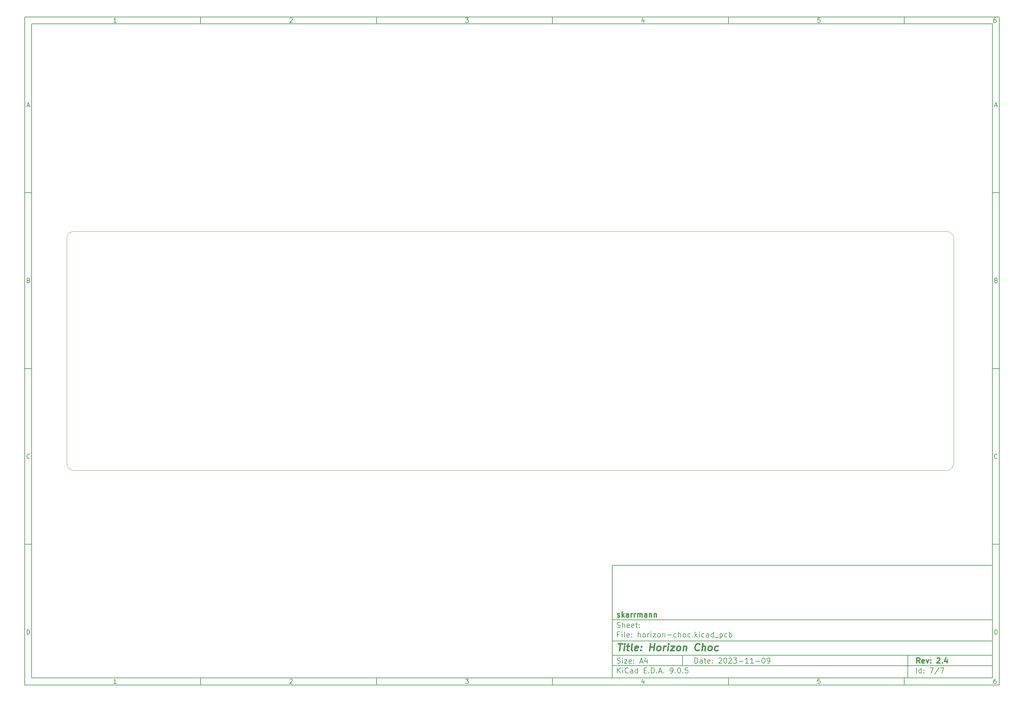
<source format=gm1>
%TF.GenerationSoftware,KiCad,Pcbnew,9.0.5*%
%TF.CreationDate,2026-02-19T02:28:35-07:00*%
%TF.ProjectId,horizon-choc,686f7269-7a6f-46e2-9d63-686f632e6b69,2.4*%
%TF.SameCoordinates,Original*%
%TF.FileFunction,Profile,NP*%
%FSLAX46Y46*%
G04 Gerber Fmt 4.6, Leading zero omitted, Abs format (unit mm)*
G04 Created by KiCad (PCBNEW 9.0.5) date 2026-02-19 02:28:35*
%MOMM*%
%LPD*%
G01*
G04 APERTURE LIST*
%ADD10C,0.100000*%
%ADD11C,0.150000*%
%ADD12C,0.300000*%
%ADD13C,0.400000*%
%TA.AperFunction,Profile*%
%ADD14C,0.050000*%
%TD*%
G04 APERTURE END LIST*
D10*
D11*
X177002200Y-166007200D02*
X285002200Y-166007200D01*
X285002200Y-198007200D01*
X177002200Y-198007200D01*
X177002200Y-166007200D01*
D10*
D11*
X10000000Y-10000000D02*
X287002200Y-10000000D01*
X287002200Y-200007200D01*
X10000000Y-200007200D01*
X10000000Y-10000000D01*
D10*
D11*
X12000000Y-12000000D02*
X285002200Y-12000000D01*
X285002200Y-198007200D01*
X12000000Y-198007200D01*
X12000000Y-12000000D01*
D10*
D11*
X60000000Y-12000000D02*
X60000000Y-10000000D01*
D10*
D11*
X110000000Y-12000000D02*
X110000000Y-10000000D01*
D10*
D11*
X160000000Y-12000000D02*
X160000000Y-10000000D01*
D10*
D11*
X210000000Y-12000000D02*
X210000000Y-10000000D01*
D10*
D11*
X260000000Y-12000000D02*
X260000000Y-10000000D01*
D10*
D11*
X36089160Y-11593604D02*
X35346303Y-11593604D01*
X35717731Y-11593604D02*
X35717731Y-10293604D01*
X35717731Y-10293604D02*
X35593922Y-10479319D01*
X35593922Y-10479319D02*
X35470112Y-10603128D01*
X35470112Y-10603128D02*
X35346303Y-10665033D01*
D10*
D11*
X85346303Y-10417414D02*
X85408207Y-10355509D01*
X85408207Y-10355509D02*
X85532017Y-10293604D01*
X85532017Y-10293604D02*
X85841541Y-10293604D01*
X85841541Y-10293604D02*
X85965350Y-10355509D01*
X85965350Y-10355509D02*
X86027255Y-10417414D01*
X86027255Y-10417414D02*
X86089160Y-10541223D01*
X86089160Y-10541223D02*
X86089160Y-10665033D01*
X86089160Y-10665033D02*
X86027255Y-10850747D01*
X86027255Y-10850747D02*
X85284398Y-11593604D01*
X85284398Y-11593604D02*
X86089160Y-11593604D01*
D10*
D11*
X135284398Y-10293604D02*
X136089160Y-10293604D01*
X136089160Y-10293604D02*
X135655826Y-10788842D01*
X135655826Y-10788842D02*
X135841541Y-10788842D01*
X135841541Y-10788842D02*
X135965350Y-10850747D01*
X135965350Y-10850747D02*
X136027255Y-10912652D01*
X136027255Y-10912652D02*
X136089160Y-11036461D01*
X136089160Y-11036461D02*
X136089160Y-11345985D01*
X136089160Y-11345985D02*
X136027255Y-11469795D01*
X136027255Y-11469795D02*
X135965350Y-11531700D01*
X135965350Y-11531700D02*
X135841541Y-11593604D01*
X135841541Y-11593604D02*
X135470112Y-11593604D01*
X135470112Y-11593604D02*
X135346303Y-11531700D01*
X135346303Y-11531700D02*
X135284398Y-11469795D01*
D10*
D11*
X185965350Y-10726938D02*
X185965350Y-11593604D01*
X185655826Y-10231700D02*
X185346303Y-11160271D01*
X185346303Y-11160271D02*
X186151064Y-11160271D01*
D10*
D11*
X236027255Y-10293604D02*
X235408207Y-10293604D01*
X235408207Y-10293604D02*
X235346303Y-10912652D01*
X235346303Y-10912652D02*
X235408207Y-10850747D01*
X235408207Y-10850747D02*
X235532017Y-10788842D01*
X235532017Y-10788842D02*
X235841541Y-10788842D01*
X235841541Y-10788842D02*
X235965350Y-10850747D01*
X235965350Y-10850747D02*
X236027255Y-10912652D01*
X236027255Y-10912652D02*
X236089160Y-11036461D01*
X236089160Y-11036461D02*
X236089160Y-11345985D01*
X236089160Y-11345985D02*
X236027255Y-11469795D01*
X236027255Y-11469795D02*
X235965350Y-11531700D01*
X235965350Y-11531700D02*
X235841541Y-11593604D01*
X235841541Y-11593604D02*
X235532017Y-11593604D01*
X235532017Y-11593604D02*
X235408207Y-11531700D01*
X235408207Y-11531700D02*
X235346303Y-11469795D01*
D10*
D11*
X285965350Y-10293604D02*
X285717731Y-10293604D01*
X285717731Y-10293604D02*
X285593922Y-10355509D01*
X285593922Y-10355509D02*
X285532017Y-10417414D01*
X285532017Y-10417414D02*
X285408207Y-10603128D01*
X285408207Y-10603128D02*
X285346303Y-10850747D01*
X285346303Y-10850747D02*
X285346303Y-11345985D01*
X285346303Y-11345985D02*
X285408207Y-11469795D01*
X285408207Y-11469795D02*
X285470112Y-11531700D01*
X285470112Y-11531700D02*
X285593922Y-11593604D01*
X285593922Y-11593604D02*
X285841541Y-11593604D01*
X285841541Y-11593604D02*
X285965350Y-11531700D01*
X285965350Y-11531700D02*
X286027255Y-11469795D01*
X286027255Y-11469795D02*
X286089160Y-11345985D01*
X286089160Y-11345985D02*
X286089160Y-11036461D01*
X286089160Y-11036461D02*
X286027255Y-10912652D01*
X286027255Y-10912652D02*
X285965350Y-10850747D01*
X285965350Y-10850747D02*
X285841541Y-10788842D01*
X285841541Y-10788842D02*
X285593922Y-10788842D01*
X285593922Y-10788842D02*
X285470112Y-10850747D01*
X285470112Y-10850747D02*
X285408207Y-10912652D01*
X285408207Y-10912652D02*
X285346303Y-11036461D01*
D10*
D11*
X60000000Y-198007200D02*
X60000000Y-200007200D01*
D10*
D11*
X110000000Y-198007200D02*
X110000000Y-200007200D01*
D10*
D11*
X160000000Y-198007200D02*
X160000000Y-200007200D01*
D10*
D11*
X210000000Y-198007200D02*
X210000000Y-200007200D01*
D10*
D11*
X260000000Y-198007200D02*
X260000000Y-200007200D01*
D10*
D11*
X36089160Y-199600804D02*
X35346303Y-199600804D01*
X35717731Y-199600804D02*
X35717731Y-198300804D01*
X35717731Y-198300804D02*
X35593922Y-198486519D01*
X35593922Y-198486519D02*
X35470112Y-198610328D01*
X35470112Y-198610328D02*
X35346303Y-198672233D01*
D10*
D11*
X85346303Y-198424614D02*
X85408207Y-198362709D01*
X85408207Y-198362709D02*
X85532017Y-198300804D01*
X85532017Y-198300804D02*
X85841541Y-198300804D01*
X85841541Y-198300804D02*
X85965350Y-198362709D01*
X85965350Y-198362709D02*
X86027255Y-198424614D01*
X86027255Y-198424614D02*
X86089160Y-198548423D01*
X86089160Y-198548423D02*
X86089160Y-198672233D01*
X86089160Y-198672233D02*
X86027255Y-198857947D01*
X86027255Y-198857947D02*
X85284398Y-199600804D01*
X85284398Y-199600804D02*
X86089160Y-199600804D01*
D10*
D11*
X135284398Y-198300804D02*
X136089160Y-198300804D01*
X136089160Y-198300804D02*
X135655826Y-198796042D01*
X135655826Y-198796042D02*
X135841541Y-198796042D01*
X135841541Y-198796042D02*
X135965350Y-198857947D01*
X135965350Y-198857947D02*
X136027255Y-198919852D01*
X136027255Y-198919852D02*
X136089160Y-199043661D01*
X136089160Y-199043661D02*
X136089160Y-199353185D01*
X136089160Y-199353185D02*
X136027255Y-199476995D01*
X136027255Y-199476995D02*
X135965350Y-199538900D01*
X135965350Y-199538900D02*
X135841541Y-199600804D01*
X135841541Y-199600804D02*
X135470112Y-199600804D01*
X135470112Y-199600804D02*
X135346303Y-199538900D01*
X135346303Y-199538900D02*
X135284398Y-199476995D01*
D10*
D11*
X185965350Y-198734138D02*
X185965350Y-199600804D01*
X185655826Y-198238900D02*
X185346303Y-199167471D01*
X185346303Y-199167471D02*
X186151064Y-199167471D01*
D10*
D11*
X236027255Y-198300804D02*
X235408207Y-198300804D01*
X235408207Y-198300804D02*
X235346303Y-198919852D01*
X235346303Y-198919852D02*
X235408207Y-198857947D01*
X235408207Y-198857947D02*
X235532017Y-198796042D01*
X235532017Y-198796042D02*
X235841541Y-198796042D01*
X235841541Y-198796042D02*
X235965350Y-198857947D01*
X235965350Y-198857947D02*
X236027255Y-198919852D01*
X236027255Y-198919852D02*
X236089160Y-199043661D01*
X236089160Y-199043661D02*
X236089160Y-199353185D01*
X236089160Y-199353185D02*
X236027255Y-199476995D01*
X236027255Y-199476995D02*
X235965350Y-199538900D01*
X235965350Y-199538900D02*
X235841541Y-199600804D01*
X235841541Y-199600804D02*
X235532017Y-199600804D01*
X235532017Y-199600804D02*
X235408207Y-199538900D01*
X235408207Y-199538900D02*
X235346303Y-199476995D01*
D10*
D11*
X285965350Y-198300804D02*
X285717731Y-198300804D01*
X285717731Y-198300804D02*
X285593922Y-198362709D01*
X285593922Y-198362709D02*
X285532017Y-198424614D01*
X285532017Y-198424614D02*
X285408207Y-198610328D01*
X285408207Y-198610328D02*
X285346303Y-198857947D01*
X285346303Y-198857947D02*
X285346303Y-199353185D01*
X285346303Y-199353185D02*
X285408207Y-199476995D01*
X285408207Y-199476995D02*
X285470112Y-199538900D01*
X285470112Y-199538900D02*
X285593922Y-199600804D01*
X285593922Y-199600804D02*
X285841541Y-199600804D01*
X285841541Y-199600804D02*
X285965350Y-199538900D01*
X285965350Y-199538900D02*
X286027255Y-199476995D01*
X286027255Y-199476995D02*
X286089160Y-199353185D01*
X286089160Y-199353185D02*
X286089160Y-199043661D01*
X286089160Y-199043661D02*
X286027255Y-198919852D01*
X286027255Y-198919852D02*
X285965350Y-198857947D01*
X285965350Y-198857947D02*
X285841541Y-198796042D01*
X285841541Y-198796042D02*
X285593922Y-198796042D01*
X285593922Y-198796042D02*
X285470112Y-198857947D01*
X285470112Y-198857947D02*
X285408207Y-198919852D01*
X285408207Y-198919852D02*
X285346303Y-199043661D01*
D10*
D11*
X10000000Y-60000000D02*
X12000000Y-60000000D01*
D10*
D11*
X10000000Y-110000000D02*
X12000000Y-110000000D01*
D10*
D11*
X10000000Y-160000000D02*
X12000000Y-160000000D01*
D10*
D11*
X10690476Y-35222176D02*
X11309523Y-35222176D01*
X10566666Y-35593604D02*
X10999999Y-34293604D01*
X10999999Y-34293604D02*
X11433333Y-35593604D01*
D10*
D11*
X11092857Y-84912652D02*
X11278571Y-84974557D01*
X11278571Y-84974557D02*
X11340476Y-85036461D01*
X11340476Y-85036461D02*
X11402380Y-85160271D01*
X11402380Y-85160271D02*
X11402380Y-85345985D01*
X11402380Y-85345985D02*
X11340476Y-85469795D01*
X11340476Y-85469795D02*
X11278571Y-85531700D01*
X11278571Y-85531700D02*
X11154761Y-85593604D01*
X11154761Y-85593604D02*
X10659523Y-85593604D01*
X10659523Y-85593604D02*
X10659523Y-84293604D01*
X10659523Y-84293604D02*
X11092857Y-84293604D01*
X11092857Y-84293604D02*
X11216666Y-84355509D01*
X11216666Y-84355509D02*
X11278571Y-84417414D01*
X11278571Y-84417414D02*
X11340476Y-84541223D01*
X11340476Y-84541223D02*
X11340476Y-84665033D01*
X11340476Y-84665033D02*
X11278571Y-84788842D01*
X11278571Y-84788842D02*
X11216666Y-84850747D01*
X11216666Y-84850747D02*
X11092857Y-84912652D01*
X11092857Y-84912652D02*
X10659523Y-84912652D01*
D10*
D11*
X11402380Y-135469795D02*
X11340476Y-135531700D01*
X11340476Y-135531700D02*
X11154761Y-135593604D01*
X11154761Y-135593604D02*
X11030952Y-135593604D01*
X11030952Y-135593604D02*
X10845238Y-135531700D01*
X10845238Y-135531700D02*
X10721428Y-135407890D01*
X10721428Y-135407890D02*
X10659523Y-135284080D01*
X10659523Y-135284080D02*
X10597619Y-135036461D01*
X10597619Y-135036461D02*
X10597619Y-134850747D01*
X10597619Y-134850747D02*
X10659523Y-134603128D01*
X10659523Y-134603128D02*
X10721428Y-134479319D01*
X10721428Y-134479319D02*
X10845238Y-134355509D01*
X10845238Y-134355509D02*
X11030952Y-134293604D01*
X11030952Y-134293604D02*
X11154761Y-134293604D01*
X11154761Y-134293604D02*
X11340476Y-134355509D01*
X11340476Y-134355509D02*
X11402380Y-134417414D01*
D10*
D11*
X10659523Y-185593604D02*
X10659523Y-184293604D01*
X10659523Y-184293604D02*
X10969047Y-184293604D01*
X10969047Y-184293604D02*
X11154761Y-184355509D01*
X11154761Y-184355509D02*
X11278571Y-184479319D01*
X11278571Y-184479319D02*
X11340476Y-184603128D01*
X11340476Y-184603128D02*
X11402380Y-184850747D01*
X11402380Y-184850747D02*
X11402380Y-185036461D01*
X11402380Y-185036461D02*
X11340476Y-185284080D01*
X11340476Y-185284080D02*
X11278571Y-185407890D01*
X11278571Y-185407890D02*
X11154761Y-185531700D01*
X11154761Y-185531700D02*
X10969047Y-185593604D01*
X10969047Y-185593604D02*
X10659523Y-185593604D01*
D10*
D11*
X287002200Y-60000000D02*
X285002200Y-60000000D01*
D10*
D11*
X287002200Y-110000000D02*
X285002200Y-110000000D01*
D10*
D11*
X287002200Y-160000000D02*
X285002200Y-160000000D01*
D10*
D11*
X285692676Y-35222176D02*
X286311723Y-35222176D01*
X285568866Y-35593604D02*
X286002199Y-34293604D01*
X286002199Y-34293604D02*
X286435533Y-35593604D01*
D10*
D11*
X286095057Y-84912652D02*
X286280771Y-84974557D01*
X286280771Y-84974557D02*
X286342676Y-85036461D01*
X286342676Y-85036461D02*
X286404580Y-85160271D01*
X286404580Y-85160271D02*
X286404580Y-85345985D01*
X286404580Y-85345985D02*
X286342676Y-85469795D01*
X286342676Y-85469795D02*
X286280771Y-85531700D01*
X286280771Y-85531700D02*
X286156961Y-85593604D01*
X286156961Y-85593604D02*
X285661723Y-85593604D01*
X285661723Y-85593604D02*
X285661723Y-84293604D01*
X285661723Y-84293604D02*
X286095057Y-84293604D01*
X286095057Y-84293604D02*
X286218866Y-84355509D01*
X286218866Y-84355509D02*
X286280771Y-84417414D01*
X286280771Y-84417414D02*
X286342676Y-84541223D01*
X286342676Y-84541223D02*
X286342676Y-84665033D01*
X286342676Y-84665033D02*
X286280771Y-84788842D01*
X286280771Y-84788842D02*
X286218866Y-84850747D01*
X286218866Y-84850747D02*
X286095057Y-84912652D01*
X286095057Y-84912652D02*
X285661723Y-84912652D01*
D10*
D11*
X286404580Y-135469795D02*
X286342676Y-135531700D01*
X286342676Y-135531700D02*
X286156961Y-135593604D01*
X286156961Y-135593604D02*
X286033152Y-135593604D01*
X286033152Y-135593604D02*
X285847438Y-135531700D01*
X285847438Y-135531700D02*
X285723628Y-135407890D01*
X285723628Y-135407890D02*
X285661723Y-135284080D01*
X285661723Y-135284080D02*
X285599819Y-135036461D01*
X285599819Y-135036461D02*
X285599819Y-134850747D01*
X285599819Y-134850747D02*
X285661723Y-134603128D01*
X285661723Y-134603128D02*
X285723628Y-134479319D01*
X285723628Y-134479319D02*
X285847438Y-134355509D01*
X285847438Y-134355509D02*
X286033152Y-134293604D01*
X286033152Y-134293604D02*
X286156961Y-134293604D01*
X286156961Y-134293604D02*
X286342676Y-134355509D01*
X286342676Y-134355509D02*
X286404580Y-134417414D01*
D10*
D11*
X285661723Y-185593604D02*
X285661723Y-184293604D01*
X285661723Y-184293604D02*
X285971247Y-184293604D01*
X285971247Y-184293604D02*
X286156961Y-184355509D01*
X286156961Y-184355509D02*
X286280771Y-184479319D01*
X286280771Y-184479319D02*
X286342676Y-184603128D01*
X286342676Y-184603128D02*
X286404580Y-184850747D01*
X286404580Y-184850747D02*
X286404580Y-185036461D01*
X286404580Y-185036461D02*
X286342676Y-185284080D01*
X286342676Y-185284080D02*
X286280771Y-185407890D01*
X286280771Y-185407890D02*
X286156961Y-185531700D01*
X286156961Y-185531700D02*
X285971247Y-185593604D01*
X285971247Y-185593604D02*
X285661723Y-185593604D01*
D10*
D11*
X200458026Y-193793328D02*
X200458026Y-192293328D01*
X200458026Y-192293328D02*
X200815169Y-192293328D01*
X200815169Y-192293328D02*
X201029455Y-192364757D01*
X201029455Y-192364757D02*
X201172312Y-192507614D01*
X201172312Y-192507614D02*
X201243741Y-192650471D01*
X201243741Y-192650471D02*
X201315169Y-192936185D01*
X201315169Y-192936185D02*
X201315169Y-193150471D01*
X201315169Y-193150471D02*
X201243741Y-193436185D01*
X201243741Y-193436185D02*
X201172312Y-193579042D01*
X201172312Y-193579042D02*
X201029455Y-193721900D01*
X201029455Y-193721900D02*
X200815169Y-193793328D01*
X200815169Y-193793328D02*
X200458026Y-193793328D01*
X202600884Y-193793328D02*
X202600884Y-193007614D01*
X202600884Y-193007614D02*
X202529455Y-192864757D01*
X202529455Y-192864757D02*
X202386598Y-192793328D01*
X202386598Y-192793328D02*
X202100884Y-192793328D01*
X202100884Y-192793328D02*
X201958026Y-192864757D01*
X202600884Y-193721900D02*
X202458026Y-193793328D01*
X202458026Y-193793328D02*
X202100884Y-193793328D01*
X202100884Y-193793328D02*
X201958026Y-193721900D01*
X201958026Y-193721900D02*
X201886598Y-193579042D01*
X201886598Y-193579042D02*
X201886598Y-193436185D01*
X201886598Y-193436185D02*
X201958026Y-193293328D01*
X201958026Y-193293328D02*
X202100884Y-193221900D01*
X202100884Y-193221900D02*
X202458026Y-193221900D01*
X202458026Y-193221900D02*
X202600884Y-193150471D01*
X203100884Y-192793328D02*
X203672312Y-192793328D01*
X203315169Y-192293328D02*
X203315169Y-193579042D01*
X203315169Y-193579042D02*
X203386598Y-193721900D01*
X203386598Y-193721900D02*
X203529455Y-193793328D01*
X203529455Y-193793328D02*
X203672312Y-193793328D01*
X204743741Y-193721900D02*
X204600884Y-193793328D01*
X204600884Y-193793328D02*
X204315170Y-193793328D01*
X204315170Y-193793328D02*
X204172312Y-193721900D01*
X204172312Y-193721900D02*
X204100884Y-193579042D01*
X204100884Y-193579042D02*
X204100884Y-193007614D01*
X204100884Y-193007614D02*
X204172312Y-192864757D01*
X204172312Y-192864757D02*
X204315170Y-192793328D01*
X204315170Y-192793328D02*
X204600884Y-192793328D01*
X204600884Y-192793328D02*
X204743741Y-192864757D01*
X204743741Y-192864757D02*
X204815170Y-193007614D01*
X204815170Y-193007614D02*
X204815170Y-193150471D01*
X204815170Y-193150471D02*
X204100884Y-193293328D01*
X205458026Y-193650471D02*
X205529455Y-193721900D01*
X205529455Y-193721900D02*
X205458026Y-193793328D01*
X205458026Y-193793328D02*
X205386598Y-193721900D01*
X205386598Y-193721900D02*
X205458026Y-193650471D01*
X205458026Y-193650471D02*
X205458026Y-193793328D01*
X205458026Y-192864757D02*
X205529455Y-192936185D01*
X205529455Y-192936185D02*
X205458026Y-193007614D01*
X205458026Y-193007614D02*
X205386598Y-192936185D01*
X205386598Y-192936185D02*
X205458026Y-192864757D01*
X205458026Y-192864757D02*
X205458026Y-193007614D01*
X207243741Y-192436185D02*
X207315169Y-192364757D01*
X207315169Y-192364757D02*
X207458027Y-192293328D01*
X207458027Y-192293328D02*
X207815169Y-192293328D01*
X207815169Y-192293328D02*
X207958027Y-192364757D01*
X207958027Y-192364757D02*
X208029455Y-192436185D01*
X208029455Y-192436185D02*
X208100884Y-192579042D01*
X208100884Y-192579042D02*
X208100884Y-192721900D01*
X208100884Y-192721900D02*
X208029455Y-192936185D01*
X208029455Y-192936185D02*
X207172312Y-193793328D01*
X207172312Y-193793328D02*
X208100884Y-193793328D01*
X209029455Y-192293328D02*
X209172312Y-192293328D01*
X209172312Y-192293328D02*
X209315169Y-192364757D01*
X209315169Y-192364757D02*
X209386598Y-192436185D01*
X209386598Y-192436185D02*
X209458026Y-192579042D01*
X209458026Y-192579042D02*
X209529455Y-192864757D01*
X209529455Y-192864757D02*
X209529455Y-193221900D01*
X209529455Y-193221900D02*
X209458026Y-193507614D01*
X209458026Y-193507614D02*
X209386598Y-193650471D01*
X209386598Y-193650471D02*
X209315169Y-193721900D01*
X209315169Y-193721900D02*
X209172312Y-193793328D01*
X209172312Y-193793328D02*
X209029455Y-193793328D01*
X209029455Y-193793328D02*
X208886598Y-193721900D01*
X208886598Y-193721900D02*
X208815169Y-193650471D01*
X208815169Y-193650471D02*
X208743740Y-193507614D01*
X208743740Y-193507614D02*
X208672312Y-193221900D01*
X208672312Y-193221900D02*
X208672312Y-192864757D01*
X208672312Y-192864757D02*
X208743740Y-192579042D01*
X208743740Y-192579042D02*
X208815169Y-192436185D01*
X208815169Y-192436185D02*
X208886598Y-192364757D01*
X208886598Y-192364757D02*
X209029455Y-192293328D01*
X210100883Y-192436185D02*
X210172311Y-192364757D01*
X210172311Y-192364757D02*
X210315169Y-192293328D01*
X210315169Y-192293328D02*
X210672311Y-192293328D01*
X210672311Y-192293328D02*
X210815169Y-192364757D01*
X210815169Y-192364757D02*
X210886597Y-192436185D01*
X210886597Y-192436185D02*
X210958026Y-192579042D01*
X210958026Y-192579042D02*
X210958026Y-192721900D01*
X210958026Y-192721900D02*
X210886597Y-192936185D01*
X210886597Y-192936185D02*
X210029454Y-193793328D01*
X210029454Y-193793328D02*
X210958026Y-193793328D01*
X211458025Y-192293328D02*
X212386597Y-192293328D01*
X212386597Y-192293328D02*
X211886597Y-192864757D01*
X211886597Y-192864757D02*
X212100882Y-192864757D01*
X212100882Y-192864757D02*
X212243740Y-192936185D01*
X212243740Y-192936185D02*
X212315168Y-193007614D01*
X212315168Y-193007614D02*
X212386597Y-193150471D01*
X212386597Y-193150471D02*
X212386597Y-193507614D01*
X212386597Y-193507614D02*
X212315168Y-193650471D01*
X212315168Y-193650471D02*
X212243740Y-193721900D01*
X212243740Y-193721900D02*
X212100882Y-193793328D01*
X212100882Y-193793328D02*
X211672311Y-193793328D01*
X211672311Y-193793328D02*
X211529454Y-193721900D01*
X211529454Y-193721900D02*
X211458025Y-193650471D01*
X213029453Y-193221900D02*
X214172311Y-193221900D01*
X215672311Y-193793328D02*
X214815168Y-193793328D01*
X215243739Y-193793328D02*
X215243739Y-192293328D01*
X215243739Y-192293328D02*
X215100882Y-192507614D01*
X215100882Y-192507614D02*
X214958025Y-192650471D01*
X214958025Y-192650471D02*
X214815168Y-192721900D01*
X217100882Y-193793328D02*
X216243739Y-193793328D01*
X216672310Y-193793328D02*
X216672310Y-192293328D01*
X216672310Y-192293328D02*
X216529453Y-192507614D01*
X216529453Y-192507614D02*
X216386596Y-192650471D01*
X216386596Y-192650471D02*
X216243739Y-192721900D01*
X217743738Y-193221900D02*
X218886596Y-193221900D01*
X219886596Y-192293328D02*
X220029453Y-192293328D01*
X220029453Y-192293328D02*
X220172310Y-192364757D01*
X220172310Y-192364757D02*
X220243739Y-192436185D01*
X220243739Y-192436185D02*
X220315167Y-192579042D01*
X220315167Y-192579042D02*
X220386596Y-192864757D01*
X220386596Y-192864757D02*
X220386596Y-193221900D01*
X220386596Y-193221900D02*
X220315167Y-193507614D01*
X220315167Y-193507614D02*
X220243739Y-193650471D01*
X220243739Y-193650471D02*
X220172310Y-193721900D01*
X220172310Y-193721900D02*
X220029453Y-193793328D01*
X220029453Y-193793328D02*
X219886596Y-193793328D01*
X219886596Y-193793328D02*
X219743739Y-193721900D01*
X219743739Y-193721900D02*
X219672310Y-193650471D01*
X219672310Y-193650471D02*
X219600881Y-193507614D01*
X219600881Y-193507614D02*
X219529453Y-193221900D01*
X219529453Y-193221900D02*
X219529453Y-192864757D01*
X219529453Y-192864757D02*
X219600881Y-192579042D01*
X219600881Y-192579042D02*
X219672310Y-192436185D01*
X219672310Y-192436185D02*
X219743739Y-192364757D01*
X219743739Y-192364757D02*
X219886596Y-192293328D01*
X221100881Y-193793328D02*
X221386595Y-193793328D01*
X221386595Y-193793328D02*
X221529452Y-193721900D01*
X221529452Y-193721900D02*
X221600881Y-193650471D01*
X221600881Y-193650471D02*
X221743738Y-193436185D01*
X221743738Y-193436185D02*
X221815167Y-193150471D01*
X221815167Y-193150471D02*
X221815167Y-192579042D01*
X221815167Y-192579042D02*
X221743738Y-192436185D01*
X221743738Y-192436185D02*
X221672310Y-192364757D01*
X221672310Y-192364757D02*
X221529452Y-192293328D01*
X221529452Y-192293328D02*
X221243738Y-192293328D01*
X221243738Y-192293328D02*
X221100881Y-192364757D01*
X221100881Y-192364757D02*
X221029452Y-192436185D01*
X221029452Y-192436185D02*
X220958024Y-192579042D01*
X220958024Y-192579042D02*
X220958024Y-192936185D01*
X220958024Y-192936185D02*
X221029452Y-193079042D01*
X221029452Y-193079042D02*
X221100881Y-193150471D01*
X221100881Y-193150471D02*
X221243738Y-193221900D01*
X221243738Y-193221900D02*
X221529452Y-193221900D01*
X221529452Y-193221900D02*
X221672310Y-193150471D01*
X221672310Y-193150471D02*
X221743738Y-193079042D01*
X221743738Y-193079042D02*
X221815167Y-192936185D01*
D10*
D11*
X177002200Y-194507200D02*
X285002200Y-194507200D01*
D10*
D11*
X178458026Y-196593328D02*
X178458026Y-195093328D01*
X179315169Y-196593328D02*
X178672312Y-195736185D01*
X179315169Y-195093328D02*
X178458026Y-195950471D01*
X179958026Y-196593328D02*
X179958026Y-195593328D01*
X179958026Y-195093328D02*
X179886598Y-195164757D01*
X179886598Y-195164757D02*
X179958026Y-195236185D01*
X179958026Y-195236185D02*
X180029455Y-195164757D01*
X180029455Y-195164757D02*
X179958026Y-195093328D01*
X179958026Y-195093328D02*
X179958026Y-195236185D01*
X181529455Y-196450471D02*
X181458027Y-196521900D01*
X181458027Y-196521900D02*
X181243741Y-196593328D01*
X181243741Y-196593328D02*
X181100884Y-196593328D01*
X181100884Y-196593328D02*
X180886598Y-196521900D01*
X180886598Y-196521900D02*
X180743741Y-196379042D01*
X180743741Y-196379042D02*
X180672312Y-196236185D01*
X180672312Y-196236185D02*
X180600884Y-195950471D01*
X180600884Y-195950471D02*
X180600884Y-195736185D01*
X180600884Y-195736185D02*
X180672312Y-195450471D01*
X180672312Y-195450471D02*
X180743741Y-195307614D01*
X180743741Y-195307614D02*
X180886598Y-195164757D01*
X180886598Y-195164757D02*
X181100884Y-195093328D01*
X181100884Y-195093328D02*
X181243741Y-195093328D01*
X181243741Y-195093328D02*
X181458027Y-195164757D01*
X181458027Y-195164757D02*
X181529455Y-195236185D01*
X182815170Y-196593328D02*
X182815170Y-195807614D01*
X182815170Y-195807614D02*
X182743741Y-195664757D01*
X182743741Y-195664757D02*
X182600884Y-195593328D01*
X182600884Y-195593328D02*
X182315170Y-195593328D01*
X182315170Y-195593328D02*
X182172312Y-195664757D01*
X182815170Y-196521900D02*
X182672312Y-196593328D01*
X182672312Y-196593328D02*
X182315170Y-196593328D01*
X182315170Y-196593328D02*
X182172312Y-196521900D01*
X182172312Y-196521900D02*
X182100884Y-196379042D01*
X182100884Y-196379042D02*
X182100884Y-196236185D01*
X182100884Y-196236185D02*
X182172312Y-196093328D01*
X182172312Y-196093328D02*
X182315170Y-196021900D01*
X182315170Y-196021900D02*
X182672312Y-196021900D01*
X182672312Y-196021900D02*
X182815170Y-195950471D01*
X184172313Y-196593328D02*
X184172313Y-195093328D01*
X184172313Y-196521900D02*
X184029455Y-196593328D01*
X184029455Y-196593328D02*
X183743741Y-196593328D01*
X183743741Y-196593328D02*
X183600884Y-196521900D01*
X183600884Y-196521900D02*
X183529455Y-196450471D01*
X183529455Y-196450471D02*
X183458027Y-196307614D01*
X183458027Y-196307614D02*
X183458027Y-195879042D01*
X183458027Y-195879042D02*
X183529455Y-195736185D01*
X183529455Y-195736185D02*
X183600884Y-195664757D01*
X183600884Y-195664757D02*
X183743741Y-195593328D01*
X183743741Y-195593328D02*
X184029455Y-195593328D01*
X184029455Y-195593328D02*
X184172313Y-195664757D01*
X186029455Y-195807614D02*
X186529455Y-195807614D01*
X186743741Y-196593328D02*
X186029455Y-196593328D01*
X186029455Y-196593328D02*
X186029455Y-195093328D01*
X186029455Y-195093328D02*
X186743741Y-195093328D01*
X187386598Y-196450471D02*
X187458027Y-196521900D01*
X187458027Y-196521900D02*
X187386598Y-196593328D01*
X187386598Y-196593328D02*
X187315170Y-196521900D01*
X187315170Y-196521900D02*
X187386598Y-196450471D01*
X187386598Y-196450471D02*
X187386598Y-196593328D01*
X188100884Y-196593328D02*
X188100884Y-195093328D01*
X188100884Y-195093328D02*
X188458027Y-195093328D01*
X188458027Y-195093328D02*
X188672313Y-195164757D01*
X188672313Y-195164757D02*
X188815170Y-195307614D01*
X188815170Y-195307614D02*
X188886599Y-195450471D01*
X188886599Y-195450471D02*
X188958027Y-195736185D01*
X188958027Y-195736185D02*
X188958027Y-195950471D01*
X188958027Y-195950471D02*
X188886599Y-196236185D01*
X188886599Y-196236185D02*
X188815170Y-196379042D01*
X188815170Y-196379042D02*
X188672313Y-196521900D01*
X188672313Y-196521900D02*
X188458027Y-196593328D01*
X188458027Y-196593328D02*
X188100884Y-196593328D01*
X189600884Y-196450471D02*
X189672313Y-196521900D01*
X189672313Y-196521900D02*
X189600884Y-196593328D01*
X189600884Y-196593328D02*
X189529456Y-196521900D01*
X189529456Y-196521900D02*
X189600884Y-196450471D01*
X189600884Y-196450471D02*
X189600884Y-196593328D01*
X190243742Y-196164757D02*
X190958028Y-196164757D01*
X190100885Y-196593328D02*
X190600885Y-195093328D01*
X190600885Y-195093328D02*
X191100885Y-196593328D01*
X191600884Y-196450471D02*
X191672313Y-196521900D01*
X191672313Y-196521900D02*
X191600884Y-196593328D01*
X191600884Y-196593328D02*
X191529456Y-196521900D01*
X191529456Y-196521900D02*
X191600884Y-196450471D01*
X191600884Y-196450471D02*
X191600884Y-196593328D01*
X193529456Y-196593328D02*
X193815170Y-196593328D01*
X193815170Y-196593328D02*
X193958027Y-196521900D01*
X193958027Y-196521900D02*
X194029456Y-196450471D01*
X194029456Y-196450471D02*
X194172313Y-196236185D01*
X194172313Y-196236185D02*
X194243742Y-195950471D01*
X194243742Y-195950471D02*
X194243742Y-195379042D01*
X194243742Y-195379042D02*
X194172313Y-195236185D01*
X194172313Y-195236185D02*
X194100885Y-195164757D01*
X194100885Y-195164757D02*
X193958027Y-195093328D01*
X193958027Y-195093328D02*
X193672313Y-195093328D01*
X193672313Y-195093328D02*
X193529456Y-195164757D01*
X193529456Y-195164757D02*
X193458027Y-195236185D01*
X193458027Y-195236185D02*
X193386599Y-195379042D01*
X193386599Y-195379042D02*
X193386599Y-195736185D01*
X193386599Y-195736185D02*
X193458027Y-195879042D01*
X193458027Y-195879042D02*
X193529456Y-195950471D01*
X193529456Y-195950471D02*
X193672313Y-196021900D01*
X193672313Y-196021900D02*
X193958027Y-196021900D01*
X193958027Y-196021900D02*
X194100885Y-195950471D01*
X194100885Y-195950471D02*
X194172313Y-195879042D01*
X194172313Y-195879042D02*
X194243742Y-195736185D01*
X194886598Y-196450471D02*
X194958027Y-196521900D01*
X194958027Y-196521900D02*
X194886598Y-196593328D01*
X194886598Y-196593328D02*
X194815170Y-196521900D01*
X194815170Y-196521900D02*
X194886598Y-196450471D01*
X194886598Y-196450471D02*
X194886598Y-196593328D01*
X195886599Y-195093328D02*
X196029456Y-195093328D01*
X196029456Y-195093328D02*
X196172313Y-195164757D01*
X196172313Y-195164757D02*
X196243742Y-195236185D01*
X196243742Y-195236185D02*
X196315170Y-195379042D01*
X196315170Y-195379042D02*
X196386599Y-195664757D01*
X196386599Y-195664757D02*
X196386599Y-196021900D01*
X196386599Y-196021900D02*
X196315170Y-196307614D01*
X196315170Y-196307614D02*
X196243742Y-196450471D01*
X196243742Y-196450471D02*
X196172313Y-196521900D01*
X196172313Y-196521900D02*
X196029456Y-196593328D01*
X196029456Y-196593328D02*
X195886599Y-196593328D01*
X195886599Y-196593328D02*
X195743742Y-196521900D01*
X195743742Y-196521900D02*
X195672313Y-196450471D01*
X195672313Y-196450471D02*
X195600884Y-196307614D01*
X195600884Y-196307614D02*
X195529456Y-196021900D01*
X195529456Y-196021900D02*
X195529456Y-195664757D01*
X195529456Y-195664757D02*
X195600884Y-195379042D01*
X195600884Y-195379042D02*
X195672313Y-195236185D01*
X195672313Y-195236185D02*
X195743742Y-195164757D01*
X195743742Y-195164757D02*
X195886599Y-195093328D01*
X197029455Y-196450471D02*
X197100884Y-196521900D01*
X197100884Y-196521900D02*
X197029455Y-196593328D01*
X197029455Y-196593328D02*
X196958027Y-196521900D01*
X196958027Y-196521900D02*
X197029455Y-196450471D01*
X197029455Y-196450471D02*
X197029455Y-196593328D01*
X198458027Y-195093328D02*
X197743741Y-195093328D01*
X197743741Y-195093328D02*
X197672313Y-195807614D01*
X197672313Y-195807614D02*
X197743741Y-195736185D01*
X197743741Y-195736185D02*
X197886599Y-195664757D01*
X197886599Y-195664757D02*
X198243741Y-195664757D01*
X198243741Y-195664757D02*
X198386599Y-195736185D01*
X198386599Y-195736185D02*
X198458027Y-195807614D01*
X198458027Y-195807614D02*
X198529456Y-195950471D01*
X198529456Y-195950471D02*
X198529456Y-196307614D01*
X198529456Y-196307614D02*
X198458027Y-196450471D01*
X198458027Y-196450471D02*
X198386599Y-196521900D01*
X198386599Y-196521900D02*
X198243741Y-196593328D01*
X198243741Y-196593328D02*
X197886599Y-196593328D01*
X197886599Y-196593328D02*
X197743741Y-196521900D01*
X197743741Y-196521900D02*
X197672313Y-196450471D01*
D10*
D11*
X177002200Y-191507200D02*
X285002200Y-191507200D01*
D10*
D12*
X264413853Y-193785528D02*
X263913853Y-193071242D01*
X263556710Y-193785528D02*
X263556710Y-192285528D01*
X263556710Y-192285528D02*
X264128139Y-192285528D01*
X264128139Y-192285528D02*
X264270996Y-192356957D01*
X264270996Y-192356957D02*
X264342425Y-192428385D01*
X264342425Y-192428385D02*
X264413853Y-192571242D01*
X264413853Y-192571242D02*
X264413853Y-192785528D01*
X264413853Y-192785528D02*
X264342425Y-192928385D01*
X264342425Y-192928385D02*
X264270996Y-192999814D01*
X264270996Y-192999814D02*
X264128139Y-193071242D01*
X264128139Y-193071242D02*
X263556710Y-193071242D01*
X265628139Y-193714100D02*
X265485282Y-193785528D01*
X265485282Y-193785528D02*
X265199568Y-193785528D01*
X265199568Y-193785528D02*
X265056710Y-193714100D01*
X265056710Y-193714100D02*
X264985282Y-193571242D01*
X264985282Y-193571242D02*
X264985282Y-192999814D01*
X264985282Y-192999814D02*
X265056710Y-192856957D01*
X265056710Y-192856957D02*
X265199568Y-192785528D01*
X265199568Y-192785528D02*
X265485282Y-192785528D01*
X265485282Y-192785528D02*
X265628139Y-192856957D01*
X265628139Y-192856957D02*
X265699568Y-192999814D01*
X265699568Y-192999814D02*
X265699568Y-193142671D01*
X265699568Y-193142671D02*
X264985282Y-193285528D01*
X266199567Y-192785528D02*
X266556710Y-193785528D01*
X266556710Y-193785528D02*
X266913853Y-192785528D01*
X267485281Y-193642671D02*
X267556710Y-193714100D01*
X267556710Y-193714100D02*
X267485281Y-193785528D01*
X267485281Y-193785528D02*
X267413853Y-193714100D01*
X267413853Y-193714100D02*
X267485281Y-193642671D01*
X267485281Y-193642671D02*
X267485281Y-193785528D01*
X267485281Y-192856957D02*
X267556710Y-192928385D01*
X267556710Y-192928385D02*
X267485281Y-192999814D01*
X267485281Y-192999814D02*
X267413853Y-192928385D01*
X267413853Y-192928385D02*
X267485281Y-192856957D01*
X267485281Y-192856957D02*
X267485281Y-192999814D01*
X269270996Y-192428385D02*
X269342424Y-192356957D01*
X269342424Y-192356957D02*
X269485282Y-192285528D01*
X269485282Y-192285528D02*
X269842424Y-192285528D01*
X269842424Y-192285528D02*
X269985282Y-192356957D01*
X269985282Y-192356957D02*
X270056710Y-192428385D01*
X270056710Y-192428385D02*
X270128139Y-192571242D01*
X270128139Y-192571242D02*
X270128139Y-192714100D01*
X270128139Y-192714100D02*
X270056710Y-192928385D01*
X270056710Y-192928385D02*
X269199567Y-193785528D01*
X269199567Y-193785528D02*
X270128139Y-193785528D01*
X270770995Y-193642671D02*
X270842424Y-193714100D01*
X270842424Y-193714100D02*
X270770995Y-193785528D01*
X270770995Y-193785528D02*
X270699567Y-193714100D01*
X270699567Y-193714100D02*
X270770995Y-193642671D01*
X270770995Y-193642671D02*
X270770995Y-193785528D01*
X272128139Y-192785528D02*
X272128139Y-193785528D01*
X271770996Y-192214100D02*
X271413853Y-193285528D01*
X271413853Y-193285528D02*
X272342424Y-193285528D01*
D10*
D11*
X178386598Y-193721900D02*
X178600884Y-193793328D01*
X178600884Y-193793328D02*
X178958026Y-193793328D01*
X178958026Y-193793328D02*
X179100884Y-193721900D01*
X179100884Y-193721900D02*
X179172312Y-193650471D01*
X179172312Y-193650471D02*
X179243741Y-193507614D01*
X179243741Y-193507614D02*
X179243741Y-193364757D01*
X179243741Y-193364757D02*
X179172312Y-193221900D01*
X179172312Y-193221900D02*
X179100884Y-193150471D01*
X179100884Y-193150471D02*
X178958026Y-193079042D01*
X178958026Y-193079042D02*
X178672312Y-193007614D01*
X178672312Y-193007614D02*
X178529455Y-192936185D01*
X178529455Y-192936185D02*
X178458026Y-192864757D01*
X178458026Y-192864757D02*
X178386598Y-192721900D01*
X178386598Y-192721900D02*
X178386598Y-192579042D01*
X178386598Y-192579042D02*
X178458026Y-192436185D01*
X178458026Y-192436185D02*
X178529455Y-192364757D01*
X178529455Y-192364757D02*
X178672312Y-192293328D01*
X178672312Y-192293328D02*
X179029455Y-192293328D01*
X179029455Y-192293328D02*
X179243741Y-192364757D01*
X179886597Y-193793328D02*
X179886597Y-192793328D01*
X179886597Y-192293328D02*
X179815169Y-192364757D01*
X179815169Y-192364757D02*
X179886597Y-192436185D01*
X179886597Y-192436185D02*
X179958026Y-192364757D01*
X179958026Y-192364757D02*
X179886597Y-192293328D01*
X179886597Y-192293328D02*
X179886597Y-192436185D01*
X180458026Y-192793328D02*
X181243741Y-192793328D01*
X181243741Y-192793328D02*
X180458026Y-193793328D01*
X180458026Y-193793328D02*
X181243741Y-193793328D01*
X182386598Y-193721900D02*
X182243741Y-193793328D01*
X182243741Y-193793328D02*
X181958027Y-193793328D01*
X181958027Y-193793328D02*
X181815169Y-193721900D01*
X181815169Y-193721900D02*
X181743741Y-193579042D01*
X181743741Y-193579042D02*
X181743741Y-193007614D01*
X181743741Y-193007614D02*
X181815169Y-192864757D01*
X181815169Y-192864757D02*
X181958027Y-192793328D01*
X181958027Y-192793328D02*
X182243741Y-192793328D01*
X182243741Y-192793328D02*
X182386598Y-192864757D01*
X182386598Y-192864757D02*
X182458027Y-193007614D01*
X182458027Y-193007614D02*
X182458027Y-193150471D01*
X182458027Y-193150471D02*
X181743741Y-193293328D01*
X183100883Y-193650471D02*
X183172312Y-193721900D01*
X183172312Y-193721900D02*
X183100883Y-193793328D01*
X183100883Y-193793328D02*
X183029455Y-193721900D01*
X183029455Y-193721900D02*
X183100883Y-193650471D01*
X183100883Y-193650471D02*
X183100883Y-193793328D01*
X183100883Y-192864757D02*
X183172312Y-192936185D01*
X183172312Y-192936185D02*
X183100883Y-193007614D01*
X183100883Y-193007614D02*
X183029455Y-192936185D01*
X183029455Y-192936185D02*
X183100883Y-192864757D01*
X183100883Y-192864757D02*
X183100883Y-193007614D01*
X184886598Y-193364757D02*
X185600884Y-193364757D01*
X184743741Y-193793328D02*
X185243741Y-192293328D01*
X185243741Y-192293328D02*
X185743741Y-193793328D01*
X186886598Y-192793328D02*
X186886598Y-193793328D01*
X186529455Y-192221900D02*
X186172312Y-193293328D01*
X186172312Y-193293328D02*
X187100883Y-193293328D01*
D10*
D11*
X263458026Y-196593328D02*
X263458026Y-195093328D01*
X264815170Y-196593328D02*
X264815170Y-195093328D01*
X264815170Y-196521900D02*
X264672312Y-196593328D01*
X264672312Y-196593328D02*
X264386598Y-196593328D01*
X264386598Y-196593328D02*
X264243741Y-196521900D01*
X264243741Y-196521900D02*
X264172312Y-196450471D01*
X264172312Y-196450471D02*
X264100884Y-196307614D01*
X264100884Y-196307614D02*
X264100884Y-195879042D01*
X264100884Y-195879042D02*
X264172312Y-195736185D01*
X264172312Y-195736185D02*
X264243741Y-195664757D01*
X264243741Y-195664757D02*
X264386598Y-195593328D01*
X264386598Y-195593328D02*
X264672312Y-195593328D01*
X264672312Y-195593328D02*
X264815170Y-195664757D01*
X265529455Y-196450471D02*
X265600884Y-196521900D01*
X265600884Y-196521900D02*
X265529455Y-196593328D01*
X265529455Y-196593328D02*
X265458027Y-196521900D01*
X265458027Y-196521900D02*
X265529455Y-196450471D01*
X265529455Y-196450471D02*
X265529455Y-196593328D01*
X265529455Y-195664757D02*
X265600884Y-195736185D01*
X265600884Y-195736185D02*
X265529455Y-195807614D01*
X265529455Y-195807614D02*
X265458027Y-195736185D01*
X265458027Y-195736185D02*
X265529455Y-195664757D01*
X265529455Y-195664757D02*
X265529455Y-195807614D01*
X267243741Y-195093328D02*
X268243741Y-195093328D01*
X268243741Y-195093328D02*
X267600884Y-196593328D01*
X269886598Y-195021900D02*
X268600884Y-196950471D01*
X270243741Y-195093328D02*
X271243741Y-195093328D01*
X271243741Y-195093328D02*
X270600884Y-196593328D01*
D10*
D11*
X177002200Y-187507200D02*
X285002200Y-187507200D01*
D10*
D13*
X178693928Y-188211638D02*
X179836785Y-188211638D01*
X179015357Y-190211638D02*
X179265357Y-188211638D01*
X180253452Y-190211638D02*
X180420119Y-188878304D01*
X180503452Y-188211638D02*
X180396309Y-188306876D01*
X180396309Y-188306876D02*
X180479643Y-188402114D01*
X180479643Y-188402114D02*
X180586786Y-188306876D01*
X180586786Y-188306876D02*
X180503452Y-188211638D01*
X180503452Y-188211638D02*
X180479643Y-188402114D01*
X181086786Y-188878304D02*
X181848690Y-188878304D01*
X181455833Y-188211638D02*
X181241548Y-189925923D01*
X181241548Y-189925923D02*
X181312976Y-190116400D01*
X181312976Y-190116400D02*
X181491548Y-190211638D01*
X181491548Y-190211638D02*
X181682024Y-190211638D01*
X182634405Y-190211638D02*
X182455833Y-190116400D01*
X182455833Y-190116400D02*
X182384405Y-189925923D01*
X182384405Y-189925923D02*
X182598690Y-188211638D01*
X184170119Y-190116400D02*
X183967738Y-190211638D01*
X183967738Y-190211638D02*
X183586785Y-190211638D01*
X183586785Y-190211638D02*
X183408214Y-190116400D01*
X183408214Y-190116400D02*
X183336785Y-189925923D01*
X183336785Y-189925923D02*
X183432024Y-189164019D01*
X183432024Y-189164019D02*
X183551071Y-188973542D01*
X183551071Y-188973542D02*
X183753452Y-188878304D01*
X183753452Y-188878304D02*
X184134404Y-188878304D01*
X184134404Y-188878304D02*
X184312976Y-188973542D01*
X184312976Y-188973542D02*
X184384404Y-189164019D01*
X184384404Y-189164019D02*
X184360595Y-189354495D01*
X184360595Y-189354495D02*
X183384404Y-189544971D01*
X185134405Y-190021161D02*
X185217738Y-190116400D01*
X185217738Y-190116400D02*
X185110595Y-190211638D01*
X185110595Y-190211638D02*
X185027262Y-190116400D01*
X185027262Y-190116400D02*
X185134405Y-190021161D01*
X185134405Y-190021161D02*
X185110595Y-190211638D01*
X185265357Y-188973542D02*
X185348690Y-189068780D01*
X185348690Y-189068780D02*
X185241548Y-189164019D01*
X185241548Y-189164019D02*
X185158214Y-189068780D01*
X185158214Y-189068780D02*
X185265357Y-188973542D01*
X185265357Y-188973542D02*
X185241548Y-189164019D01*
X187586786Y-190211638D02*
X187836786Y-188211638D01*
X187717739Y-189164019D02*
X188860596Y-189164019D01*
X188729643Y-190211638D02*
X188979643Y-188211638D01*
X189967739Y-190211638D02*
X189789167Y-190116400D01*
X189789167Y-190116400D02*
X189705834Y-190021161D01*
X189705834Y-190021161D02*
X189634405Y-189830685D01*
X189634405Y-189830685D02*
X189705834Y-189259257D01*
X189705834Y-189259257D02*
X189824881Y-189068780D01*
X189824881Y-189068780D02*
X189932024Y-188973542D01*
X189932024Y-188973542D02*
X190134405Y-188878304D01*
X190134405Y-188878304D02*
X190420119Y-188878304D01*
X190420119Y-188878304D02*
X190598691Y-188973542D01*
X190598691Y-188973542D02*
X190682024Y-189068780D01*
X190682024Y-189068780D02*
X190753453Y-189259257D01*
X190753453Y-189259257D02*
X190682024Y-189830685D01*
X190682024Y-189830685D02*
X190562977Y-190021161D01*
X190562977Y-190021161D02*
X190455834Y-190116400D01*
X190455834Y-190116400D02*
X190253453Y-190211638D01*
X190253453Y-190211638D02*
X189967739Y-190211638D01*
X191491548Y-190211638D02*
X191658215Y-188878304D01*
X191610596Y-189259257D02*
X191729643Y-189068780D01*
X191729643Y-189068780D02*
X191836786Y-188973542D01*
X191836786Y-188973542D02*
X192039167Y-188878304D01*
X192039167Y-188878304D02*
X192229643Y-188878304D01*
X192729643Y-190211638D02*
X192896310Y-188878304D01*
X192979643Y-188211638D02*
X192872500Y-188306876D01*
X192872500Y-188306876D02*
X192955834Y-188402114D01*
X192955834Y-188402114D02*
X193062977Y-188306876D01*
X193062977Y-188306876D02*
X192979643Y-188211638D01*
X192979643Y-188211638D02*
X192955834Y-188402114D01*
X193658215Y-188878304D02*
X194705834Y-188878304D01*
X194705834Y-188878304D02*
X193491548Y-190211638D01*
X193491548Y-190211638D02*
X194539167Y-190211638D01*
X195586787Y-190211638D02*
X195408215Y-190116400D01*
X195408215Y-190116400D02*
X195324882Y-190021161D01*
X195324882Y-190021161D02*
X195253453Y-189830685D01*
X195253453Y-189830685D02*
X195324882Y-189259257D01*
X195324882Y-189259257D02*
X195443929Y-189068780D01*
X195443929Y-189068780D02*
X195551072Y-188973542D01*
X195551072Y-188973542D02*
X195753453Y-188878304D01*
X195753453Y-188878304D02*
X196039167Y-188878304D01*
X196039167Y-188878304D02*
X196217739Y-188973542D01*
X196217739Y-188973542D02*
X196301072Y-189068780D01*
X196301072Y-189068780D02*
X196372501Y-189259257D01*
X196372501Y-189259257D02*
X196301072Y-189830685D01*
X196301072Y-189830685D02*
X196182025Y-190021161D01*
X196182025Y-190021161D02*
X196074882Y-190116400D01*
X196074882Y-190116400D02*
X195872501Y-190211638D01*
X195872501Y-190211638D02*
X195586787Y-190211638D01*
X197277263Y-188878304D02*
X197110596Y-190211638D01*
X197253453Y-189068780D02*
X197360596Y-188973542D01*
X197360596Y-188973542D02*
X197562977Y-188878304D01*
X197562977Y-188878304D02*
X197848691Y-188878304D01*
X197848691Y-188878304D02*
X198027263Y-188973542D01*
X198027263Y-188973542D02*
X198098691Y-189164019D01*
X198098691Y-189164019D02*
X197967739Y-190211638D01*
X201610597Y-190021161D02*
X201503454Y-190116400D01*
X201503454Y-190116400D02*
X201205835Y-190211638D01*
X201205835Y-190211638D02*
X201015359Y-190211638D01*
X201015359Y-190211638D02*
X200741549Y-190116400D01*
X200741549Y-190116400D02*
X200574883Y-189925923D01*
X200574883Y-189925923D02*
X200503454Y-189735447D01*
X200503454Y-189735447D02*
X200455835Y-189354495D01*
X200455835Y-189354495D02*
X200491549Y-189068780D01*
X200491549Y-189068780D02*
X200634406Y-188687828D01*
X200634406Y-188687828D02*
X200753454Y-188497352D01*
X200753454Y-188497352D02*
X200967740Y-188306876D01*
X200967740Y-188306876D02*
X201265359Y-188211638D01*
X201265359Y-188211638D02*
X201455835Y-188211638D01*
X201455835Y-188211638D02*
X201729645Y-188306876D01*
X201729645Y-188306876D02*
X201812978Y-188402114D01*
X202443930Y-190211638D02*
X202693930Y-188211638D01*
X203301073Y-190211638D02*
X203432025Y-189164019D01*
X203432025Y-189164019D02*
X203360597Y-188973542D01*
X203360597Y-188973542D02*
X203182025Y-188878304D01*
X203182025Y-188878304D02*
X202896311Y-188878304D01*
X202896311Y-188878304D02*
X202693930Y-188973542D01*
X202693930Y-188973542D02*
X202586787Y-189068780D01*
X204539169Y-190211638D02*
X204360597Y-190116400D01*
X204360597Y-190116400D02*
X204277264Y-190021161D01*
X204277264Y-190021161D02*
X204205835Y-189830685D01*
X204205835Y-189830685D02*
X204277264Y-189259257D01*
X204277264Y-189259257D02*
X204396311Y-189068780D01*
X204396311Y-189068780D02*
X204503454Y-188973542D01*
X204503454Y-188973542D02*
X204705835Y-188878304D01*
X204705835Y-188878304D02*
X204991549Y-188878304D01*
X204991549Y-188878304D02*
X205170121Y-188973542D01*
X205170121Y-188973542D02*
X205253454Y-189068780D01*
X205253454Y-189068780D02*
X205324883Y-189259257D01*
X205324883Y-189259257D02*
X205253454Y-189830685D01*
X205253454Y-189830685D02*
X205134407Y-190021161D01*
X205134407Y-190021161D02*
X205027264Y-190116400D01*
X205027264Y-190116400D02*
X204824883Y-190211638D01*
X204824883Y-190211638D02*
X204539169Y-190211638D01*
X206932026Y-190116400D02*
X206729645Y-190211638D01*
X206729645Y-190211638D02*
X206348693Y-190211638D01*
X206348693Y-190211638D02*
X206170121Y-190116400D01*
X206170121Y-190116400D02*
X206086788Y-190021161D01*
X206086788Y-190021161D02*
X206015359Y-189830685D01*
X206015359Y-189830685D02*
X206086788Y-189259257D01*
X206086788Y-189259257D02*
X206205835Y-189068780D01*
X206205835Y-189068780D02*
X206312978Y-188973542D01*
X206312978Y-188973542D02*
X206515359Y-188878304D01*
X206515359Y-188878304D02*
X206896312Y-188878304D01*
X206896312Y-188878304D02*
X207074883Y-188973542D01*
D10*
D11*
X178958026Y-185607614D02*
X178458026Y-185607614D01*
X178458026Y-186393328D02*
X178458026Y-184893328D01*
X178458026Y-184893328D02*
X179172312Y-184893328D01*
X179743740Y-186393328D02*
X179743740Y-185393328D01*
X179743740Y-184893328D02*
X179672312Y-184964757D01*
X179672312Y-184964757D02*
X179743740Y-185036185D01*
X179743740Y-185036185D02*
X179815169Y-184964757D01*
X179815169Y-184964757D02*
X179743740Y-184893328D01*
X179743740Y-184893328D02*
X179743740Y-185036185D01*
X180672312Y-186393328D02*
X180529455Y-186321900D01*
X180529455Y-186321900D02*
X180458026Y-186179042D01*
X180458026Y-186179042D02*
X180458026Y-184893328D01*
X181815169Y-186321900D02*
X181672312Y-186393328D01*
X181672312Y-186393328D02*
X181386598Y-186393328D01*
X181386598Y-186393328D02*
X181243740Y-186321900D01*
X181243740Y-186321900D02*
X181172312Y-186179042D01*
X181172312Y-186179042D02*
X181172312Y-185607614D01*
X181172312Y-185607614D02*
X181243740Y-185464757D01*
X181243740Y-185464757D02*
X181386598Y-185393328D01*
X181386598Y-185393328D02*
X181672312Y-185393328D01*
X181672312Y-185393328D02*
X181815169Y-185464757D01*
X181815169Y-185464757D02*
X181886598Y-185607614D01*
X181886598Y-185607614D02*
X181886598Y-185750471D01*
X181886598Y-185750471D02*
X181172312Y-185893328D01*
X182529454Y-186250471D02*
X182600883Y-186321900D01*
X182600883Y-186321900D02*
X182529454Y-186393328D01*
X182529454Y-186393328D02*
X182458026Y-186321900D01*
X182458026Y-186321900D02*
X182529454Y-186250471D01*
X182529454Y-186250471D02*
X182529454Y-186393328D01*
X182529454Y-185464757D02*
X182600883Y-185536185D01*
X182600883Y-185536185D02*
X182529454Y-185607614D01*
X182529454Y-185607614D02*
X182458026Y-185536185D01*
X182458026Y-185536185D02*
X182529454Y-185464757D01*
X182529454Y-185464757D02*
X182529454Y-185607614D01*
X184386597Y-186393328D02*
X184386597Y-184893328D01*
X185029455Y-186393328D02*
X185029455Y-185607614D01*
X185029455Y-185607614D02*
X184958026Y-185464757D01*
X184958026Y-185464757D02*
X184815169Y-185393328D01*
X184815169Y-185393328D02*
X184600883Y-185393328D01*
X184600883Y-185393328D02*
X184458026Y-185464757D01*
X184458026Y-185464757D02*
X184386597Y-185536185D01*
X185958026Y-186393328D02*
X185815169Y-186321900D01*
X185815169Y-186321900D02*
X185743740Y-186250471D01*
X185743740Y-186250471D02*
X185672312Y-186107614D01*
X185672312Y-186107614D02*
X185672312Y-185679042D01*
X185672312Y-185679042D02*
X185743740Y-185536185D01*
X185743740Y-185536185D02*
X185815169Y-185464757D01*
X185815169Y-185464757D02*
X185958026Y-185393328D01*
X185958026Y-185393328D02*
X186172312Y-185393328D01*
X186172312Y-185393328D02*
X186315169Y-185464757D01*
X186315169Y-185464757D02*
X186386598Y-185536185D01*
X186386598Y-185536185D02*
X186458026Y-185679042D01*
X186458026Y-185679042D02*
X186458026Y-186107614D01*
X186458026Y-186107614D02*
X186386598Y-186250471D01*
X186386598Y-186250471D02*
X186315169Y-186321900D01*
X186315169Y-186321900D02*
X186172312Y-186393328D01*
X186172312Y-186393328D02*
X185958026Y-186393328D01*
X187100883Y-186393328D02*
X187100883Y-185393328D01*
X187100883Y-185679042D02*
X187172312Y-185536185D01*
X187172312Y-185536185D02*
X187243741Y-185464757D01*
X187243741Y-185464757D02*
X187386598Y-185393328D01*
X187386598Y-185393328D02*
X187529455Y-185393328D01*
X188029454Y-186393328D02*
X188029454Y-185393328D01*
X188029454Y-184893328D02*
X187958026Y-184964757D01*
X187958026Y-184964757D02*
X188029454Y-185036185D01*
X188029454Y-185036185D02*
X188100883Y-184964757D01*
X188100883Y-184964757D02*
X188029454Y-184893328D01*
X188029454Y-184893328D02*
X188029454Y-185036185D01*
X188600883Y-185393328D02*
X189386598Y-185393328D01*
X189386598Y-185393328D02*
X188600883Y-186393328D01*
X188600883Y-186393328D02*
X189386598Y-186393328D01*
X190172312Y-186393328D02*
X190029455Y-186321900D01*
X190029455Y-186321900D02*
X189958026Y-186250471D01*
X189958026Y-186250471D02*
X189886598Y-186107614D01*
X189886598Y-186107614D02*
X189886598Y-185679042D01*
X189886598Y-185679042D02*
X189958026Y-185536185D01*
X189958026Y-185536185D02*
X190029455Y-185464757D01*
X190029455Y-185464757D02*
X190172312Y-185393328D01*
X190172312Y-185393328D02*
X190386598Y-185393328D01*
X190386598Y-185393328D02*
X190529455Y-185464757D01*
X190529455Y-185464757D02*
X190600884Y-185536185D01*
X190600884Y-185536185D02*
X190672312Y-185679042D01*
X190672312Y-185679042D02*
X190672312Y-186107614D01*
X190672312Y-186107614D02*
X190600884Y-186250471D01*
X190600884Y-186250471D02*
X190529455Y-186321900D01*
X190529455Y-186321900D02*
X190386598Y-186393328D01*
X190386598Y-186393328D02*
X190172312Y-186393328D01*
X191315169Y-185393328D02*
X191315169Y-186393328D01*
X191315169Y-185536185D02*
X191386598Y-185464757D01*
X191386598Y-185464757D02*
X191529455Y-185393328D01*
X191529455Y-185393328D02*
X191743741Y-185393328D01*
X191743741Y-185393328D02*
X191886598Y-185464757D01*
X191886598Y-185464757D02*
X191958027Y-185607614D01*
X191958027Y-185607614D02*
X191958027Y-186393328D01*
X192672312Y-185821900D02*
X193815170Y-185821900D01*
X195172313Y-186321900D02*
X195029455Y-186393328D01*
X195029455Y-186393328D02*
X194743741Y-186393328D01*
X194743741Y-186393328D02*
X194600884Y-186321900D01*
X194600884Y-186321900D02*
X194529455Y-186250471D01*
X194529455Y-186250471D02*
X194458027Y-186107614D01*
X194458027Y-186107614D02*
X194458027Y-185679042D01*
X194458027Y-185679042D02*
X194529455Y-185536185D01*
X194529455Y-185536185D02*
X194600884Y-185464757D01*
X194600884Y-185464757D02*
X194743741Y-185393328D01*
X194743741Y-185393328D02*
X195029455Y-185393328D01*
X195029455Y-185393328D02*
X195172313Y-185464757D01*
X195815169Y-186393328D02*
X195815169Y-184893328D01*
X196458027Y-186393328D02*
X196458027Y-185607614D01*
X196458027Y-185607614D02*
X196386598Y-185464757D01*
X196386598Y-185464757D02*
X196243741Y-185393328D01*
X196243741Y-185393328D02*
X196029455Y-185393328D01*
X196029455Y-185393328D02*
X195886598Y-185464757D01*
X195886598Y-185464757D02*
X195815169Y-185536185D01*
X197386598Y-186393328D02*
X197243741Y-186321900D01*
X197243741Y-186321900D02*
X197172312Y-186250471D01*
X197172312Y-186250471D02*
X197100884Y-186107614D01*
X197100884Y-186107614D02*
X197100884Y-185679042D01*
X197100884Y-185679042D02*
X197172312Y-185536185D01*
X197172312Y-185536185D02*
X197243741Y-185464757D01*
X197243741Y-185464757D02*
X197386598Y-185393328D01*
X197386598Y-185393328D02*
X197600884Y-185393328D01*
X197600884Y-185393328D02*
X197743741Y-185464757D01*
X197743741Y-185464757D02*
X197815170Y-185536185D01*
X197815170Y-185536185D02*
X197886598Y-185679042D01*
X197886598Y-185679042D02*
X197886598Y-186107614D01*
X197886598Y-186107614D02*
X197815170Y-186250471D01*
X197815170Y-186250471D02*
X197743741Y-186321900D01*
X197743741Y-186321900D02*
X197600884Y-186393328D01*
X197600884Y-186393328D02*
X197386598Y-186393328D01*
X199172313Y-186321900D02*
X199029455Y-186393328D01*
X199029455Y-186393328D02*
X198743741Y-186393328D01*
X198743741Y-186393328D02*
X198600884Y-186321900D01*
X198600884Y-186321900D02*
X198529455Y-186250471D01*
X198529455Y-186250471D02*
X198458027Y-186107614D01*
X198458027Y-186107614D02*
X198458027Y-185679042D01*
X198458027Y-185679042D02*
X198529455Y-185536185D01*
X198529455Y-185536185D02*
X198600884Y-185464757D01*
X198600884Y-185464757D02*
X198743741Y-185393328D01*
X198743741Y-185393328D02*
X199029455Y-185393328D01*
X199029455Y-185393328D02*
X199172313Y-185464757D01*
X199815169Y-186250471D02*
X199886598Y-186321900D01*
X199886598Y-186321900D02*
X199815169Y-186393328D01*
X199815169Y-186393328D02*
X199743741Y-186321900D01*
X199743741Y-186321900D02*
X199815169Y-186250471D01*
X199815169Y-186250471D02*
X199815169Y-186393328D01*
X200529455Y-186393328D02*
X200529455Y-184893328D01*
X200672313Y-185821900D02*
X201100884Y-186393328D01*
X201100884Y-185393328D02*
X200529455Y-185964757D01*
X201743741Y-186393328D02*
X201743741Y-185393328D01*
X201743741Y-184893328D02*
X201672313Y-184964757D01*
X201672313Y-184964757D02*
X201743741Y-185036185D01*
X201743741Y-185036185D02*
X201815170Y-184964757D01*
X201815170Y-184964757D02*
X201743741Y-184893328D01*
X201743741Y-184893328D02*
X201743741Y-185036185D01*
X203100885Y-186321900D02*
X202958027Y-186393328D01*
X202958027Y-186393328D02*
X202672313Y-186393328D01*
X202672313Y-186393328D02*
X202529456Y-186321900D01*
X202529456Y-186321900D02*
X202458027Y-186250471D01*
X202458027Y-186250471D02*
X202386599Y-186107614D01*
X202386599Y-186107614D02*
X202386599Y-185679042D01*
X202386599Y-185679042D02*
X202458027Y-185536185D01*
X202458027Y-185536185D02*
X202529456Y-185464757D01*
X202529456Y-185464757D02*
X202672313Y-185393328D01*
X202672313Y-185393328D02*
X202958027Y-185393328D01*
X202958027Y-185393328D02*
X203100885Y-185464757D01*
X204386599Y-186393328D02*
X204386599Y-185607614D01*
X204386599Y-185607614D02*
X204315170Y-185464757D01*
X204315170Y-185464757D02*
X204172313Y-185393328D01*
X204172313Y-185393328D02*
X203886599Y-185393328D01*
X203886599Y-185393328D02*
X203743741Y-185464757D01*
X204386599Y-186321900D02*
X204243741Y-186393328D01*
X204243741Y-186393328D02*
X203886599Y-186393328D01*
X203886599Y-186393328D02*
X203743741Y-186321900D01*
X203743741Y-186321900D02*
X203672313Y-186179042D01*
X203672313Y-186179042D02*
X203672313Y-186036185D01*
X203672313Y-186036185D02*
X203743741Y-185893328D01*
X203743741Y-185893328D02*
X203886599Y-185821900D01*
X203886599Y-185821900D02*
X204243741Y-185821900D01*
X204243741Y-185821900D02*
X204386599Y-185750471D01*
X205743742Y-186393328D02*
X205743742Y-184893328D01*
X205743742Y-186321900D02*
X205600884Y-186393328D01*
X205600884Y-186393328D02*
X205315170Y-186393328D01*
X205315170Y-186393328D02*
X205172313Y-186321900D01*
X205172313Y-186321900D02*
X205100884Y-186250471D01*
X205100884Y-186250471D02*
X205029456Y-186107614D01*
X205029456Y-186107614D02*
X205029456Y-185679042D01*
X205029456Y-185679042D02*
X205100884Y-185536185D01*
X205100884Y-185536185D02*
X205172313Y-185464757D01*
X205172313Y-185464757D02*
X205315170Y-185393328D01*
X205315170Y-185393328D02*
X205600884Y-185393328D01*
X205600884Y-185393328D02*
X205743742Y-185464757D01*
X206100885Y-186536185D02*
X207243742Y-186536185D01*
X207600884Y-185393328D02*
X207600884Y-186893328D01*
X207600884Y-185464757D02*
X207743742Y-185393328D01*
X207743742Y-185393328D02*
X208029456Y-185393328D01*
X208029456Y-185393328D02*
X208172313Y-185464757D01*
X208172313Y-185464757D02*
X208243742Y-185536185D01*
X208243742Y-185536185D02*
X208315170Y-185679042D01*
X208315170Y-185679042D02*
X208315170Y-186107614D01*
X208315170Y-186107614D02*
X208243742Y-186250471D01*
X208243742Y-186250471D02*
X208172313Y-186321900D01*
X208172313Y-186321900D02*
X208029456Y-186393328D01*
X208029456Y-186393328D02*
X207743742Y-186393328D01*
X207743742Y-186393328D02*
X207600884Y-186321900D01*
X209600885Y-186321900D02*
X209458027Y-186393328D01*
X209458027Y-186393328D02*
X209172313Y-186393328D01*
X209172313Y-186393328D02*
X209029456Y-186321900D01*
X209029456Y-186321900D02*
X208958027Y-186250471D01*
X208958027Y-186250471D02*
X208886599Y-186107614D01*
X208886599Y-186107614D02*
X208886599Y-185679042D01*
X208886599Y-185679042D02*
X208958027Y-185536185D01*
X208958027Y-185536185D02*
X209029456Y-185464757D01*
X209029456Y-185464757D02*
X209172313Y-185393328D01*
X209172313Y-185393328D02*
X209458027Y-185393328D01*
X209458027Y-185393328D02*
X209600885Y-185464757D01*
X210243741Y-186393328D02*
X210243741Y-184893328D01*
X210243741Y-185464757D02*
X210386599Y-185393328D01*
X210386599Y-185393328D02*
X210672313Y-185393328D01*
X210672313Y-185393328D02*
X210815170Y-185464757D01*
X210815170Y-185464757D02*
X210886599Y-185536185D01*
X210886599Y-185536185D02*
X210958027Y-185679042D01*
X210958027Y-185679042D02*
X210958027Y-186107614D01*
X210958027Y-186107614D02*
X210886599Y-186250471D01*
X210886599Y-186250471D02*
X210815170Y-186321900D01*
X210815170Y-186321900D02*
X210672313Y-186393328D01*
X210672313Y-186393328D02*
X210386599Y-186393328D01*
X210386599Y-186393328D02*
X210243741Y-186321900D01*
D10*
D11*
X177002200Y-181507200D02*
X285002200Y-181507200D01*
D10*
D11*
X178386598Y-183621900D02*
X178600884Y-183693328D01*
X178600884Y-183693328D02*
X178958026Y-183693328D01*
X178958026Y-183693328D02*
X179100884Y-183621900D01*
X179100884Y-183621900D02*
X179172312Y-183550471D01*
X179172312Y-183550471D02*
X179243741Y-183407614D01*
X179243741Y-183407614D02*
X179243741Y-183264757D01*
X179243741Y-183264757D02*
X179172312Y-183121900D01*
X179172312Y-183121900D02*
X179100884Y-183050471D01*
X179100884Y-183050471D02*
X178958026Y-182979042D01*
X178958026Y-182979042D02*
X178672312Y-182907614D01*
X178672312Y-182907614D02*
X178529455Y-182836185D01*
X178529455Y-182836185D02*
X178458026Y-182764757D01*
X178458026Y-182764757D02*
X178386598Y-182621900D01*
X178386598Y-182621900D02*
X178386598Y-182479042D01*
X178386598Y-182479042D02*
X178458026Y-182336185D01*
X178458026Y-182336185D02*
X178529455Y-182264757D01*
X178529455Y-182264757D02*
X178672312Y-182193328D01*
X178672312Y-182193328D02*
X179029455Y-182193328D01*
X179029455Y-182193328D02*
X179243741Y-182264757D01*
X179886597Y-183693328D02*
X179886597Y-182193328D01*
X180529455Y-183693328D02*
X180529455Y-182907614D01*
X180529455Y-182907614D02*
X180458026Y-182764757D01*
X180458026Y-182764757D02*
X180315169Y-182693328D01*
X180315169Y-182693328D02*
X180100883Y-182693328D01*
X180100883Y-182693328D02*
X179958026Y-182764757D01*
X179958026Y-182764757D02*
X179886597Y-182836185D01*
X181815169Y-183621900D02*
X181672312Y-183693328D01*
X181672312Y-183693328D02*
X181386598Y-183693328D01*
X181386598Y-183693328D02*
X181243740Y-183621900D01*
X181243740Y-183621900D02*
X181172312Y-183479042D01*
X181172312Y-183479042D02*
X181172312Y-182907614D01*
X181172312Y-182907614D02*
X181243740Y-182764757D01*
X181243740Y-182764757D02*
X181386598Y-182693328D01*
X181386598Y-182693328D02*
X181672312Y-182693328D01*
X181672312Y-182693328D02*
X181815169Y-182764757D01*
X181815169Y-182764757D02*
X181886598Y-182907614D01*
X181886598Y-182907614D02*
X181886598Y-183050471D01*
X181886598Y-183050471D02*
X181172312Y-183193328D01*
X183100883Y-183621900D02*
X182958026Y-183693328D01*
X182958026Y-183693328D02*
X182672312Y-183693328D01*
X182672312Y-183693328D02*
X182529454Y-183621900D01*
X182529454Y-183621900D02*
X182458026Y-183479042D01*
X182458026Y-183479042D02*
X182458026Y-182907614D01*
X182458026Y-182907614D02*
X182529454Y-182764757D01*
X182529454Y-182764757D02*
X182672312Y-182693328D01*
X182672312Y-182693328D02*
X182958026Y-182693328D01*
X182958026Y-182693328D02*
X183100883Y-182764757D01*
X183100883Y-182764757D02*
X183172312Y-182907614D01*
X183172312Y-182907614D02*
X183172312Y-183050471D01*
X183172312Y-183050471D02*
X182458026Y-183193328D01*
X183600883Y-182693328D02*
X184172311Y-182693328D01*
X183815168Y-182193328D02*
X183815168Y-183479042D01*
X183815168Y-183479042D02*
X183886597Y-183621900D01*
X183886597Y-183621900D02*
X184029454Y-183693328D01*
X184029454Y-183693328D02*
X184172311Y-183693328D01*
X184672311Y-183550471D02*
X184743740Y-183621900D01*
X184743740Y-183621900D02*
X184672311Y-183693328D01*
X184672311Y-183693328D02*
X184600883Y-183621900D01*
X184600883Y-183621900D02*
X184672311Y-183550471D01*
X184672311Y-183550471D02*
X184672311Y-183693328D01*
X184672311Y-182764757D02*
X184743740Y-182836185D01*
X184743740Y-182836185D02*
X184672311Y-182907614D01*
X184672311Y-182907614D02*
X184600883Y-182836185D01*
X184600883Y-182836185D02*
X184672311Y-182764757D01*
X184672311Y-182764757D02*
X184672311Y-182907614D01*
D10*
D12*
X178485282Y-180614100D02*
X178628139Y-180685528D01*
X178628139Y-180685528D02*
X178913853Y-180685528D01*
X178913853Y-180685528D02*
X179056710Y-180614100D01*
X179056710Y-180614100D02*
X179128139Y-180471242D01*
X179128139Y-180471242D02*
X179128139Y-180399814D01*
X179128139Y-180399814D02*
X179056710Y-180256957D01*
X179056710Y-180256957D02*
X178913853Y-180185528D01*
X178913853Y-180185528D02*
X178699568Y-180185528D01*
X178699568Y-180185528D02*
X178556710Y-180114100D01*
X178556710Y-180114100D02*
X178485282Y-179971242D01*
X178485282Y-179971242D02*
X178485282Y-179899814D01*
X178485282Y-179899814D02*
X178556710Y-179756957D01*
X178556710Y-179756957D02*
X178699568Y-179685528D01*
X178699568Y-179685528D02*
X178913853Y-179685528D01*
X178913853Y-179685528D02*
X179056710Y-179756957D01*
X179770996Y-180685528D02*
X179770996Y-179185528D01*
X179913854Y-180114100D02*
X180342425Y-180685528D01*
X180342425Y-179685528D02*
X179770996Y-180256957D01*
X181628140Y-180685528D02*
X181628140Y-179899814D01*
X181628140Y-179899814D02*
X181556711Y-179756957D01*
X181556711Y-179756957D02*
X181413854Y-179685528D01*
X181413854Y-179685528D02*
X181128140Y-179685528D01*
X181128140Y-179685528D02*
X180985282Y-179756957D01*
X181628140Y-180614100D02*
X181485282Y-180685528D01*
X181485282Y-180685528D02*
X181128140Y-180685528D01*
X181128140Y-180685528D02*
X180985282Y-180614100D01*
X180985282Y-180614100D02*
X180913854Y-180471242D01*
X180913854Y-180471242D02*
X180913854Y-180328385D01*
X180913854Y-180328385D02*
X180985282Y-180185528D01*
X180985282Y-180185528D02*
X181128140Y-180114100D01*
X181128140Y-180114100D02*
X181485282Y-180114100D01*
X181485282Y-180114100D02*
X181628140Y-180042671D01*
X182342425Y-180685528D02*
X182342425Y-179685528D01*
X182342425Y-179971242D02*
X182413854Y-179828385D01*
X182413854Y-179828385D02*
X182485283Y-179756957D01*
X182485283Y-179756957D02*
X182628140Y-179685528D01*
X182628140Y-179685528D02*
X182770997Y-179685528D01*
X183270996Y-180685528D02*
X183270996Y-179685528D01*
X183270996Y-179971242D02*
X183342425Y-179828385D01*
X183342425Y-179828385D02*
X183413854Y-179756957D01*
X183413854Y-179756957D02*
X183556711Y-179685528D01*
X183556711Y-179685528D02*
X183699568Y-179685528D01*
X184199567Y-180685528D02*
X184199567Y-179685528D01*
X184199567Y-179828385D02*
X184270996Y-179756957D01*
X184270996Y-179756957D02*
X184413853Y-179685528D01*
X184413853Y-179685528D02*
X184628139Y-179685528D01*
X184628139Y-179685528D02*
X184770996Y-179756957D01*
X184770996Y-179756957D02*
X184842425Y-179899814D01*
X184842425Y-179899814D02*
X184842425Y-180685528D01*
X184842425Y-179899814D02*
X184913853Y-179756957D01*
X184913853Y-179756957D02*
X185056710Y-179685528D01*
X185056710Y-179685528D02*
X185270996Y-179685528D01*
X185270996Y-179685528D02*
X185413853Y-179756957D01*
X185413853Y-179756957D02*
X185485282Y-179899814D01*
X185485282Y-179899814D02*
X185485282Y-180685528D01*
X186842425Y-180685528D02*
X186842425Y-179899814D01*
X186842425Y-179899814D02*
X186770996Y-179756957D01*
X186770996Y-179756957D02*
X186628139Y-179685528D01*
X186628139Y-179685528D02*
X186342425Y-179685528D01*
X186342425Y-179685528D02*
X186199567Y-179756957D01*
X186842425Y-180614100D02*
X186699567Y-180685528D01*
X186699567Y-180685528D02*
X186342425Y-180685528D01*
X186342425Y-180685528D02*
X186199567Y-180614100D01*
X186199567Y-180614100D02*
X186128139Y-180471242D01*
X186128139Y-180471242D02*
X186128139Y-180328385D01*
X186128139Y-180328385D02*
X186199567Y-180185528D01*
X186199567Y-180185528D02*
X186342425Y-180114100D01*
X186342425Y-180114100D02*
X186699567Y-180114100D01*
X186699567Y-180114100D02*
X186842425Y-180042671D01*
X187556710Y-179685528D02*
X187556710Y-180685528D01*
X187556710Y-179828385D02*
X187628139Y-179756957D01*
X187628139Y-179756957D02*
X187770996Y-179685528D01*
X187770996Y-179685528D02*
X187985282Y-179685528D01*
X187985282Y-179685528D02*
X188128139Y-179756957D01*
X188128139Y-179756957D02*
X188199568Y-179899814D01*
X188199568Y-179899814D02*
X188199568Y-180685528D01*
X188913853Y-179685528D02*
X188913853Y-180685528D01*
X188913853Y-179828385D02*
X188985282Y-179756957D01*
X188985282Y-179756957D02*
X189128139Y-179685528D01*
X189128139Y-179685528D02*
X189342425Y-179685528D01*
X189342425Y-179685528D02*
X189485282Y-179756957D01*
X189485282Y-179756957D02*
X189556711Y-179899814D01*
X189556711Y-179899814D02*
X189556711Y-180685528D01*
D10*
D11*
X197002200Y-191507200D02*
X197002200Y-194507200D01*
D10*
D11*
X261002200Y-191507200D02*
X261002200Y-198007200D01*
D14*
X22000000Y-137000000D02*
X22000000Y-73000000D01*
X24000000Y-139000000D02*
X272000000Y-139000000D01*
X274000000Y-137000000D02*
G75*
G02*
X272000000Y-139000000I-2000000J0D01*
G01*
X22000000Y-73000000D02*
G75*
G02*
X24000000Y-71000000I2000000J0D01*
G01*
X24000000Y-71000000D02*
X272000000Y-71000000D01*
X274000000Y-73000000D02*
X274000000Y-137000000D01*
X24000000Y-139000000D02*
G75*
G02*
X22000000Y-137000000I0J2000000D01*
G01*
X272000000Y-71000000D02*
G75*
G02*
X274000000Y-73000000I0J-2000000D01*
G01*
M02*

</source>
